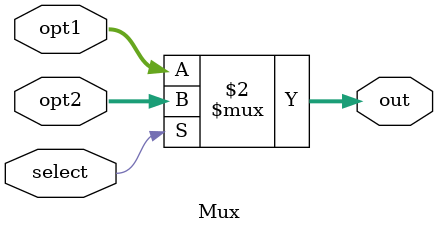
<source format=v>
module Mux(opt1, opt2, out, select);
input [31:0] opt1, opt2;
input select;

output reg [31:0] out;

always@(opt1 or opt2 or select) begin
	out = select ? opt2 : opt1;
	$display("opt1: %b, opt2: %b", opt1, opt2);
end
endmodule

</source>
